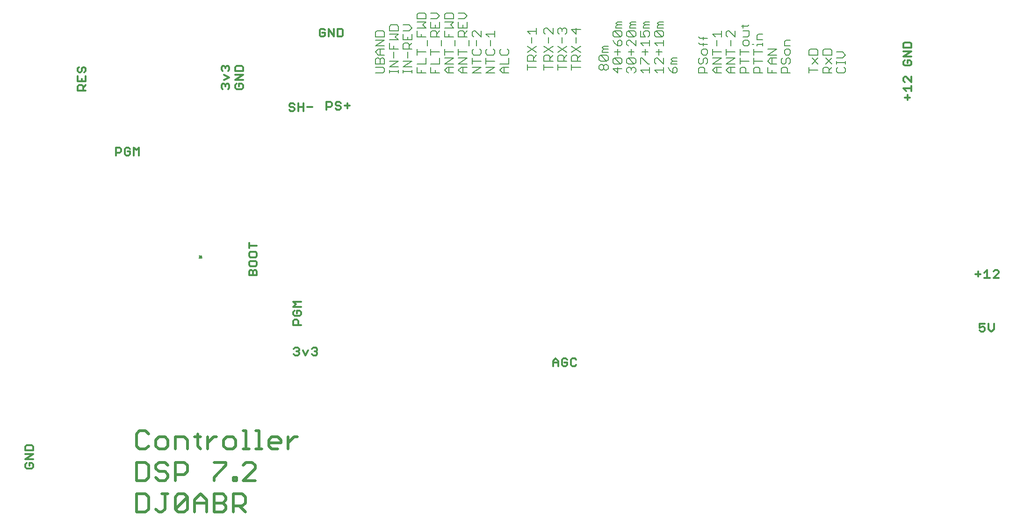
<source format=gto>
G75*
%MOIN*%
%OFA0B0*%
%FSLAX25Y25*%
%IPPOS*%
%LPD*%
%AMOC8*
5,1,8,0,0,1.08239X$1,22.5*
%
%ADD10C,0.01400*%
%ADD11C,0.02100*%
%ADD12C,0.00800*%
%ADD13C,0.00600*%
D10*
X0064311Y0138511D02*
X0068048Y0138511D01*
X0068982Y0139445D01*
X0068982Y0141313D01*
X0068048Y0142248D01*
X0066179Y0142248D01*
X0066179Y0140379D01*
X0064311Y0138511D02*
X0063377Y0139445D01*
X0063377Y0141313D01*
X0064311Y0142248D01*
X0063377Y0144957D02*
X0068982Y0148693D01*
X0063377Y0148693D01*
X0063377Y0151402D02*
X0063377Y0154204D01*
X0064311Y0155139D01*
X0068048Y0155139D01*
X0068982Y0154204D01*
X0068982Y0151402D01*
X0063377Y0151402D01*
X0063377Y0144957D02*
X0068982Y0144957D01*
X0254785Y0220044D02*
X0255720Y0219109D01*
X0257588Y0219109D01*
X0258522Y0220044D01*
X0258522Y0220978D01*
X0257588Y0221912D01*
X0256654Y0221912D01*
X0257588Y0221912D02*
X0258522Y0222846D01*
X0258522Y0223780D01*
X0257588Y0224714D01*
X0255720Y0224714D01*
X0254785Y0223780D01*
X0261231Y0222846D02*
X0263099Y0219109D01*
X0264967Y0222846D01*
X0267676Y0223780D02*
X0268611Y0224714D01*
X0270479Y0224714D01*
X0271413Y0223780D01*
X0271413Y0222846D01*
X0270479Y0221912D01*
X0271413Y0220978D01*
X0271413Y0220044D01*
X0270479Y0219109D01*
X0268611Y0219109D01*
X0267676Y0220044D01*
X0269545Y0221912D02*
X0270479Y0221912D01*
X0259927Y0240873D02*
X0254322Y0240873D01*
X0254322Y0243676D01*
X0255256Y0244610D01*
X0257124Y0244610D01*
X0258058Y0243676D01*
X0258058Y0240873D01*
X0258993Y0247319D02*
X0255256Y0247319D01*
X0254322Y0248253D01*
X0254322Y0250121D01*
X0255256Y0251055D01*
X0257124Y0251055D02*
X0257124Y0249187D01*
X0257124Y0251055D02*
X0258993Y0251055D01*
X0259927Y0250121D01*
X0259927Y0248253D01*
X0258993Y0247319D01*
X0259927Y0253764D02*
X0254322Y0253764D01*
X0256190Y0255632D01*
X0254322Y0257501D01*
X0259927Y0257501D01*
X0228431Y0276306D02*
X0228431Y0279109D01*
X0227496Y0280043D01*
X0226562Y0280043D01*
X0225628Y0279109D01*
X0225628Y0276306D01*
X0222826Y0276306D02*
X0222826Y0279109D01*
X0223760Y0280043D01*
X0224694Y0280043D01*
X0225628Y0279109D01*
X0222826Y0276306D02*
X0228431Y0276306D01*
X0227496Y0282752D02*
X0223760Y0282752D01*
X0222826Y0283686D01*
X0222826Y0285554D01*
X0223760Y0286488D01*
X0227496Y0286488D01*
X0228431Y0285554D01*
X0228431Y0283686D01*
X0227496Y0282752D01*
X0227496Y0289197D02*
X0223760Y0289197D01*
X0222826Y0290131D01*
X0222826Y0292000D01*
X0223760Y0292934D01*
X0227496Y0292934D01*
X0228431Y0292000D01*
X0228431Y0290131D01*
X0227496Y0289197D01*
X0222826Y0295643D02*
X0222826Y0299379D01*
X0222826Y0297511D02*
X0228431Y0297511D01*
X0144444Y0361826D02*
X0144444Y0367431D01*
X0142576Y0365562D01*
X0140708Y0367431D01*
X0140708Y0361826D01*
X0137999Y0362760D02*
X0137999Y0364628D01*
X0136131Y0364628D01*
X0137999Y0362760D02*
X0137065Y0361826D01*
X0135197Y0361826D01*
X0134262Y0362760D01*
X0134262Y0366497D01*
X0135197Y0367431D01*
X0137065Y0367431D01*
X0137999Y0366497D01*
X0131553Y0366497D02*
X0130619Y0367431D01*
X0127817Y0367431D01*
X0127817Y0361826D01*
X0127817Y0363694D02*
X0130619Y0363694D01*
X0131553Y0364628D01*
X0131553Y0366497D01*
X0106383Y0408196D02*
X0100779Y0408196D01*
X0100779Y0410998D01*
X0101713Y0411933D01*
X0103581Y0411933D01*
X0104515Y0410998D01*
X0104515Y0408196D01*
X0104515Y0410064D02*
X0106383Y0411933D01*
X0106383Y0414642D02*
X0100779Y0414642D01*
X0100779Y0418378D01*
X0101713Y0421087D02*
X0102647Y0421087D01*
X0103581Y0422021D01*
X0103581Y0423889D01*
X0104515Y0424824D01*
X0105449Y0424824D01*
X0106383Y0423889D01*
X0106383Y0422021D01*
X0105449Y0421087D01*
X0106383Y0418378D02*
X0106383Y0414642D01*
X0103581Y0414642D02*
X0103581Y0416510D01*
X0101713Y0421087D02*
X0100779Y0422021D01*
X0100779Y0423889D01*
X0101713Y0424824D01*
X0203141Y0424874D02*
X0203141Y0423005D01*
X0204075Y0422071D01*
X0205943Y0423940D02*
X0205943Y0424874D01*
X0206877Y0425808D01*
X0207811Y0425808D01*
X0208746Y0424874D01*
X0208746Y0423005D01*
X0207811Y0422071D01*
X0205943Y0424874D02*
X0205009Y0425808D01*
X0204075Y0425808D01*
X0203141Y0424874D01*
X0205009Y0419362D02*
X0208746Y0417494D01*
X0205009Y0415626D01*
X0205009Y0412917D02*
X0205943Y0411983D01*
X0206877Y0412917D01*
X0207811Y0412917D01*
X0208746Y0411983D01*
X0208746Y0410114D01*
X0207811Y0409180D01*
X0205943Y0411049D02*
X0205943Y0411983D01*
X0205009Y0412917D02*
X0204075Y0412917D01*
X0203141Y0411983D01*
X0203141Y0410114D01*
X0204075Y0409180D01*
X0212983Y0410114D02*
X0213917Y0409180D01*
X0217654Y0409180D01*
X0218588Y0410114D01*
X0218588Y0411983D01*
X0217654Y0412917D01*
X0215786Y0412917D01*
X0215786Y0411049D01*
X0213917Y0412917D02*
X0212983Y0411983D01*
X0212983Y0410114D01*
X0212983Y0415626D02*
X0218588Y0419362D01*
X0212983Y0419362D01*
X0212983Y0422071D02*
X0212983Y0424874D01*
X0213917Y0425808D01*
X0217654Y0425808D01*
X0218588Y0424874D01*
X0218588Y0422071D01*
X0212983Y0422071D01*
X0212983Y0415626D02*
X0218588Y0415626D01*
X0251484Y0398103D02*
X0251484Y0397169D01*
X0252418Y0396235D01*
X0254287Y0396235D01*
X0255221Y0395301D01*
X0255221Y0394366D01*
X0254287Y0393432D01*
X0252418Y0393432D01*
X0251484Y0394366D01*
X0251484Y0398103D02*
X0252418Y0399037D01*
X0254287Y0399037D01*
X0255221Y0398103D01*
X0257930Y0399037D02*
X0257930Y0393432D01*
X0257930Y0396235D02*
X0261666Y0396235D01*
X0264375Y0396235D02*
X0268112Y0396235D01*
X0261666Y0399037D02*
X0261666Y0393432D01*
X0278059Y0394417D02*
X0278059Y0400021D01*
X0280861Y0400021D01*
X0281795Y0399087D01*
X0281795Y0397219D01*
X0280861Y0396285D01*
X0278059Y0396285D01*
X0284504Y0395351D02*
X0285439Y0394417D01*
X0287307Y0394417D01*
X0288241Y0395351D01*
X0288241Y0396285D01*
X0287307Y0397219D01*
X0285439Y0397219D01*
X0284504Y0398153D01*
X0284504Y0399087D01*
X0285439Y0400021D01*
X0287307Y0400021D01*
X0288241Y0399087D01*
X0290950Y0397219D02*
X0294686Y0397219D01*
X0292818Y0399087D02*
X0292818Y0395351D01*
X0288831Y0446582D02*
X0289765Y0447516D01*
X0289765Y0451253D01*
X0288831Y0452187D01*
X0286029Y0452187D01*
X0286029Y0446582D01*
X0288831Y0446582D01*
X0283320Y0446582D02*
X0283320Y0452187D01*
X0279583Y0452187D02*
X0279583Y0446582D01*
X0276874Y0447516D02*
X0276874Y0449384D01*
X0275006Y0449384D01*
X0276874Y0447516D02*
X0275940Y0446582D01*
X0274072Y0446582D01*
X0273138Y0447516D01*
X0273138Y0451253D01*
X0274072Y0452187D01*
X0275940Y0452187D01*
X0276874Y0451253D01*
X0279583Y0452187D02*
X0283320Y0446582D01*
X0441345Y0216950D02*
X0443213Y0215082D01*
X0443213Y0211346D01*
X0443213Y0214148D02*
X0439476Y0214148D01*
X0439476Y0215082D02*
X0441345Y0216950D01*
X0439476Y0215082D02*
X0439476Y0211346D01*
X0445922Y0212280D02*
X0445922Y0216016D01*
X0446856Y0216950D01*
X0448724Y0216950D01*
X0449658Y0216016D01*
X0449658Y0214148D02*
X0447790Y0214148D01*
X0449658Y0214148D02*
X0449658Y0212280D01*
X0448724Y0211346D01*
X0446856Y0211346D01*
X0445922Y0212280D01*
X0452367Y0212280D02*
X0453301Y0211346D01*
X0455170Y0211346D01*
X0456104Y0212280D01*
X0456104Y0216016D02*
X0455170Y0216950D01*
X0453301Y0216950D01*
X0452367Y0216016D01*
X0452367Y0212280D01*
X0743610Y0236886D02*
X0744544Y0235952D01*
X0746412Y0235952D01*
X0747347Y0236886D01*
X0747347Y0238754D01*
X0746412Y0239688D01*
X0745478Y0239688D01*
X0743610Y0238754D01*
X0743610Y0241557D01*
X0747347Y0241557D01*
X0750056Y0241557D02*
X0750056Y0237820D01*
X0751924Y0235952D01*
X0753792Y0237820D01*
X0753792Y0241557D01*
X0753548Y0274338D02*
X0757285Y0278074D01*
X0757285Y0279008D01*
X0756351Y0279943D01*
X0754482Y0279943D01*
X0753548Y0279008D01*
X0753548Y0274338D02*
X0757285Y0274338D01*
X0750839Y0274338D02*
X0747103Y0274338D01*
X0748971Y0274338D02*
X0748971Y0279943D01*
X0747103Y0278074D01*
X0744394Y0277140D02*
X0740657Y0277140D01*
X0742526Y0279008D02*
X0742526Y0275272D01*
X0692164Y0401306D02*
X0692164Y0405043D01*
X0694032Y0403175D02*
X0690295Y0403175D01*
X0691229Y0407752D02*
X0689361Y0409620D01*
X0694966Y0409620D01*
X0694966Y0407752D02*
X0694966Y0411488D01*
X0694966Y0414197D02*
X0691229Y0417934D01*
X0690295Y0417934D01*
X0689361Y0417000D01*
X0689361Y0415131D01*
X0690295Y0414197D01*
X0694966Y0414197D02*
X0694966Y0417934D01*
X0694032Y0425913D02*
X0694966Y0426847D01*
X0694966Y0428715D01*
X0694032Y0429649D01*
X0692164Y0429649D01*
X0692164Y0427781D01*
X0694032Y0425913D02*
X0690295Y0425913D01*
X0689361Y0426847D01*
X0689361Y0428715D01*
X0690295Y0429649D01*
X0689361Y0432358D02*
X0694966Y0436095D01*
X0689361Y0436095D01*
X0689361Y0438804D02*
X0689361Y0441606D01*
X0690295Y0442540D01*
X0694032Y0442540D01*
X0694966Y0441606D01*
X0694966Y0438804D01*
X0689361Y0438804D01*
X0689361Y0432358D02*
X0694966Y0432358D01*
D11*
X0149038Y0107365D02*
X0142582Y0107365D01*
X0142582Y0120276D01*
X0149038Y0120276D01*
X0151189Y0118124D01*
X0151189Y0109517D01*
X0149038Y0107365D01*
X0156394Y0109517D02*
X0158546Y0107365D01*
X0160698Y0107365D01*
X0162849Y0109517D01*
X0162849Y0120276D01*
X0160698Y0120276D02*
X0165001Y0120276D01*
X0170206Y0118124D02*
X0172358Y0120276D01*
X0176661Y0120276D01*
X0178813Y0118124D01*
X0170206Y0109517D01*
X0172358Y0107365D01*
X0176661Y0107365D01*
X0178813Y0109517D01*
X0178813Y0118124D01*
X0184018Y0115972D02*
X0188321Y0120276D01*
X0192625Y0115972D01*
X0192625Y0107365D01*
X0197829Y0107365D02*
X0204285Y0107365D01*
X0206437Y0109517D01*
X0206437Y0111669D01*
X0204285Y0113820D01*
X0197829Y0113820D01*
X0192625Y0113820D02*
X0184018Y0113820D01*
X0184018Y0115972D02*
X0184018Y0107365D01*
X0170206Y0109517D02*
X0170206Y0118124D01*
X0170206Y0129865D02*
X0170206Y0142776D01*
X0176661Y0142776D01*
X0178813Y0140624D01*
X0178813Y0136320D01*
X0176661Y0134169D01*
X0170206Y0134169D01*
X0165001Y0134169D02*
X0165001Y0132017D01*
X0162849Y0129865D01*
X0158546Y0129865D01*
X0156394Y0132017D01*
X0158546Y0136320D02*
X0162849Y0136320D01*
X0165001Y0134169D01*
X0165001Y0140624D02*
X0162849Y0142776D01*
X0158546Y0142776D01*
X0156394Y0140624D01*
X0156394Y0138472D01*
X0158546Y0136320D01*
X0151189Y0132017D02*
X0151189Y0140624D01*
X0149038Y0142776D01*
X0142582Y0142776D01*
X0142582Y0129865D01*
X0149038Y0129865D01*
X0151189Y0132017D01*
X0149038Y0152365D02*
X0144734Y0152365D01*
X0142582Y0154517D01*
X0142582Y0163124D01*
X0144734Y0165276D01*
X0149038Y0165276D01*
X0151189Y0163124D01*
X0156394Y0158820D02*
X0156394Y0154517D01*
X0158546Y0152365D01*
X0162849Y0152365D01*
X0165001Y0154517D01*
X0165001Y0158820D01*
X0162849Y0160972D01*
X0158546Y0160972D01*
X0156394Y0158820D01*
X0151189Y0154517D02*
X0149038Y0152365D01*
X0170206Y0152365D02*
X0170206Y0160972D01*
X0176661Y0160972D01*
X0178813Y0158820D01*
X0178813Y0152365D01*
X0186169Y0154517D02*
X0188321Y0152365D01*
X0186169Y0154517D02*
X0186169Y0163124D01*
X0184018Y0160972D02*
X0188321Y0160972D01*
X0193225Y0160972D02*
X0193225Y0152365D01*
X0193225Y0156669D02*
X0197529Y0160972D01*
X0199681Y0160972D01*
X0204735Y0158820D02*
X0204735Y0154517D01*
X0206887Y0152365D01*
X0211191Y0152365D01*
X0213343Y0154517D01*
X0213343Y0158820D01*
X0211191Y0160972D01*
X0206887Y0160972D01*
X0204735Y0158820D01*
X0218547Y0152365D02*
X0222851Y0152365D01*
X0220699Y0152365D02*
X0220699Y0165276D01*
X0218547Y0165276D01*
X0227755Y0165276D02*
X0229907Y0165276D01*
X0229907Y0152365D01*
X0227755Y0152365D02*
X0232059Y0152365D01*
X0236963Y0154517D02*
X0236963Y0158820D01*
X0239115Y0160972D01*
X0243418Y0160972D01*
X0245570Y0158820D01*
X0245570Y0156669D01*
X0236963Y0156669D01*
X0236963Y0154517D02*
X0239115Y0152365D01*
X0243418Y0152365D01*
X0250775Y0152365D02*
X0250775Y0160972D01*
X0255078Y0160972D02*
X0257230Y0160972D01*
X0255078Y0160972D02*
X0250775Y0156669D01*
X0227154Y0140624D02*
X0225003Y0142776D01*
X0220699Y0142776D01*
X0218547Y0140624D01*
X0227154Y0140624D02*
X0227154Y0138472D01*
X0218547Y0129865D01*
X0227154Y0129865D01*
X0218097Y0120276D02*
X0220248Y0118124D01*
X0220248Y0113820D01*
X0218097Y0111669D01*
X0211641Y0111669D01*
X0215945Y0111669D02*
X0220248Y0107365D01*
X0211641Y0107365D02*
X0211641Y0120276D01*
X0218097Y0120276D01*
X0206437Y0118124D02*
X0206437Y0115972D01*
X0204285Y0113820D01*
X0206437Y0118124D02*
X0204285Y0120276D01*
X0197829Y0120276D01*
X0197829Y0107365D01*
X0197829Y0129865D02*
X0197829Y0132017D01*
X0206437Y0140624D01*
X0206437Y0142776D01*
X0197829Y0142776D01*
X0211641Y0132017D02*
X0213793Y0132017D01*
X0213793Y0129865D01*
X0211641Y0129865D01*
X0211641Y0132017D01*
D12*
X0189343Y0288351D02*
X0187208Y0290486D01*
X0188275Y0290486D02*
X0188275Y0288351D01*
X0187208Y0288351D02*
X0189343Y0290486D01*
X0189343Y0289419D02*
X0187208Y0289419D01*
D13*
X0312976Y0420591D02*
X0318314Y0420591D01*
X0319382Y0421659D01*
X0319382Y0423794D01*
X0318314Y0424862D01*
X0312976Y0424862D01*
X0312976Y0427037D02*
X0312976Y0430240D01*
X0314044Y0431307D01*
X0315111Y0431307D01*
X0316179Y0430240D01*
X0316179Y0427037D01*
X0316179Y0430240D02*
X0317247Y0431307D01*
X0318314Y0431307D01*
X0319382Y0430240D01*
X0319382Y0427037D01*
X0312976Y0427037D01*
X0322819Y0429159D02*
X0329224Y0429159D01*
X0322819Y0424888D01*
X0329224Y0424888D01*
X0329224Y0422726D02*
X0329224Y0420591D01*
X0329224Y0421659D02*
X0322819Y0421659D01*
X0322819Y0422726D02*
X0322819Y0420591D01*
X0332661Y0420591D02*
X0332661Y0422726D01*
X0332661Y0421659D02*
X0339067Y0421659D01*
X0339067Y0422726D02*
X0339067Y0420591D01*
X0342504Y0420591D02*
X0342504Y0424862D01*
X0342504Y0427037D02*
X0348909Y0427037D01*
X0348909Y0431307D01*
X0352346Y0433482D02*
X0352346Y0437753D01*
X0352346Y0435617D02*
X0358752Y0435617D01*
X0362189Y0435617D02*
X0368594Y0435617D01*
X0372031Y0435617D02*
X0378437Y0435617D01*
X0381874Y0434550D02*
X0382941Y0433482D01*
X0387212Y0433482D01*
X0388279Y0434550D01*
X0388279Y0436685D01*
X0387212Y0437753D01*
X0385077Y0439928D02*
X0385077Y0444198D01*
X0382941Y0446373D02*
X0381874Y0447441D01*
X0381874Y0449576D01*
X0382941Y0450644D01*
X0384009Y0450644D01*
X0388279Y0446373D01*
X0388279Y0450644D01*
X0391716Y0448508D02*
X0398122Y0448508D01*
X0398122Y0446373D02*
X0398122Y0450644D01*
X0393852Y0446373D02*
X0391716Y0448508D01*
X0394919Y0444198D02*
X0394919Y0439928D01*
X0392784Y0437753D02*
X0391716Y0436685D01*
X0391716Y0434550D01*
X0392784Y0433482D01*
X0397054Y0433482D01*
X0398122Y0434550D01*
X0398122Y0436685D01*
X0397054Y0437753D01*
X0401559Y0436685D02*
X0401559Y0434550D01*
X0402627Y0433482D01*
X0406897Y0433482D01*
X0407964Y0434550D01*
X0407964Y0436685D01*
X0406897Y0437753D01*
X0402627Y0437753D02*
X0401559Y0436685D01*
X0398122Y0429172D02*
X0391716Y0429172D01*
X0391716Y0427037D02*
X0391716Y0431307D01*
X0388279Y0429172D02*
X0381874Y0429172D01*
X0381874Y0427037D02*
X0381874Y0431307D01*
X0381874Y0434550D02*
X0381874Y0436685D01*
X0382941Y0437753D01*
X0379504Y0439928D02*
X0379504Y0444198D01*
X0378437Y0446373D02*
X0372031Y0446373D01*
X0372031Y0449576D01*
X0373099Y0450644D01*
X0375234Y0450644D01*
X0376302Y0449576D01*
X0376302Y0446373D01*
X0376302Y0448508D02*
X0378437Y0450644D01*
X0378437Y0452819D02*
X0378437Y0457089D01*
X0376302Y0459264D02*
X0372031Y0459264D01*
X0372031Y0457089D02*
X0372031Y0452819D01*
X0378437Y0452819D01*
X0375234Y0452819D02*
X0375234Y0454954D01*
X0376302Y0459264D02*
X0378437Y0461399D01*
X0376302Y0463535D01*
X0372031Y0463535D01*
X0368594Y0462467D02*
X0367527Y0463535D01*
X0363256Y0463535D01*
X0362189Y0462467D01*
X0362189Y0459264D01*
X0368594Y0459264D01*
X0368594Y0462467D01*
X0368594Y0457089D02*
X0362189Y0457089D01*
X0358752Y0457089D02*
X0358752Y0452819D01*
X0352346Y0452819D01*
X0352346Y0457089D01*
X0352346Y0459264D02*
X0356617Y0459264D01*
X0358752Y0461399D01*
X0356617Y0463535D01*
X0352346Y0463535D01*
X0348909Y0462467D02*
X0347842Y0463535D01*
X0343571Y0463535D01*
X0342504Y0462467D01*
X0342504Y0459264D01*
X0348909Y0459264D01*
X0348909Y0462467D01*
X0348909Y0457089D02*
X0342504Y0457089D01*
X0342504Y0452819D02*
X0348909Y0452819D01*
X0346774Y0454954D01*
X0348909Y0457089D01*
X0355549Y0454954D02*
X0355549Y0452819D01*
X0355549Y0450644D02*
X0356617Y0449576D01*
X0356617Y0446373D01*
X0358752Y0446373D02*
X0352346Y0446373D01*
X0352346Y0449576D01*
X0353414Y0450644D01*
X0355549Y0450644D01*
X0356617Y0448508D02*
X0358752Y0450644D01*
X0362189Y0450644D02*
X0362189Y0446373D01*
X0368594Y0446373D01*
X0369662Y0444198D02*
X0369662Y0439928D01*
X0372031Y0437753D02*
X0372031Y0433482D01*
X0372031Y0431307D02*
X0378437Y0431307D01*
X0372031Y0427037D01*
X0378437Y0427037D01*
X0378437Y0424862D02*
X0374167Y0424862D01*
X0372031Y0422726D01*
X0374167Y0420591D01*
X0378437Y0420591D01*
X0375234Y0420591D02*
X0375234Y0424862D01*
X0368594Y0424862D02*
X0364324Y0424862D01*
X0362189Y0422726D01*
X0364324Y0420591D01*
X0368594Y0420591D01*
X0365392Y0420591D02*
X0365392Y0424862D01*
X0368594Y0427037D02*
X0362189Y0427037D01*
X0368594Y0431307D01*
X0362189Y0431307D01*
X0362189Y0433482D02*
X0362189Y0437753D01*
X0359819Y0439928D02*
X0359819Y0444198D01*
X0365392Y0446373D02*
X0365392Y0448508D01*
X0362189Y0452819D02*
X0368594Y0452819D01*
X0366459Y0454954D01*
X0368594Y0457089D01*
X0348909Y0446373D02*
X0342504Y0446373D01*
X0342504Y0450644D01*
X0345707Y0448508D02*
X0345707Y0446373D01*
X0349977Y0444198D02*
X0349977Y0439928D01*
X0348909Y0435617D02*
X0342504Y0435617D01*
X0342504Y0433482D02*
X0342504Y0437753D01*
X0339067Y0437779D02*
X0332661Y0437779D01*
X0332661Y0440982D01*
X0333729Y0442050D01*
X0335864Y0442050D01*
X0336932Y0440982D01*
X0336932Y0437779D01*
X0336932Y0439914D02*
X0339067Y0442050D01*
X0339067Y0444225D02*
X0339067Y0448495D01*
X0336932Y0450670D02*
X0339067Y0452805D01*
X0336932Y0454941D01*
X0332661Y0454941D01*
X0329224Y0453873D02*
X0329224Y0450670D01*
X0322819Y0450670D01*
X0322819Y0453873D01*
X0323886Y0454941D01*
X0328157Y0454941D01*
X0329224Y0453873D01*
X0332661Y0450670D02*
X0336932Y0450670D01*
X0335864Y0446360D02*
X0335864Y0444225D01*
X0332661Y0444225D02*
X0339067Y0444225D01*
X0332661Y0444225D02*
X0332661Y0448495D01*
X0329224Y0448495D02*
X0322819Y0448495D01*
X0319382Y0449576D02*
X0319382Y0446373D01*
X0312976Y0446373D01*
X0312976Y0449576D01*
X0314044Y0450644D01*
X0318314Y0450644D01*
X0319382Y0449576D01*
X0319382Y0444198D02*
X0312976Y0444198D01*
X0312976Y0439928D02*
X0319382Y0444198D01*
X0322819Y0444225D02*
X0329224Y0444225D01*
X0327089Y0446360D01*
X0329224Y0448495D01*
X0322819Y0442050D02*
X0322819Y0437779D01*
X0329224Y0437779D01*
X0326022Y0437779D02*
X0326022Y0439914D01*
X0326022Y0435604D02*
X0326022Y0431334D01*
X0319382Y0433482D02*
X0315111Y0433482D01*
X0312976Y0435617D01*
X0315111Y0437753D01*
X0319382Y0437753D01*
X0319382Y0439928D02*
X0312976Y0439928D01*
X0316179Y0437753D02*
X0316179Y0433482D01*
X0332661Y0429159D02*
X0339067Y0429159D01*
X0332661Y0424888D01*
X0339067Y0424888D01*
X0342504Y0420591D02*
X0348909Y0420591D01*
X0345707Y0420591D02*
X0345707Y0422726D01*
X0352346Y0420591D02*
X0352346Y0424862D01*
X0352346Y0427037D02*
X0358752Y0427037D01*
X0358752Y0431307D01*
X0355549Y0422726D02*
X0355549Y0420591D01*
X0358752Y0420591D02*
X0352346Y0420591D01*
X0335864Y0431334D02*
X0335864Y0435604D01*
X0381874Y0424862D02*
X0388279Y0424862D01*
X0381874Y0420591D01*
X0388279Y0420591D01*
X0391716Y0420591D02*
X0398122Y0424862D01*
X0391716Y0424862D01*
X0391716Y0420591D02*
X0398122Y0420591D01*
X0401559Y0422726D02*
X0403694Y0424862D01*
X0407964Y0424862D01*
X0407964Y0427037D02*
X0407964Y0431307D01*
X0407964Y0427037D02*
X0401559Y0427037D01*
X0404762Y0424862D02*
X0404762Y0420591D01*
X0403694Y0420591D02*
X0407964Y0420591D01*
X0403694Y0420591D02*
X0401559Y0422726D01*
X0421244Y0422560D02*
X0421244Y0426830D01*
X0421244Y0424695D02*
X0427649Y0424695D01*
X0427649Y0429005D02*
X0421244Y0429005D01*
X0421244Y0432208D01*
X0422312Y0433276D01*
X0424447Y0433276D01*
X0425514Y0432208D01*
X0425514Y0429005D01*
X0425514Y0431140D02*
X0427649Y0433276D01*
X0427649Y0435451D02*
X0421244Y0439721D01*
X0424447Y0441896D02*
X0424447Y0446167D01*
X0423379Y0448342D02*
X0421244Y0450477D01*
X0427649Y0450477D01*
X0427649Y0448342D02*
X0427649Y0452612D01*
X0433055Y0451545D02*
X0433055Y0449409D01*
X0434123Y0448342D01*
X0436258Y0446167D02*
X0436258Y0441896D01*
X0439460Y0439721D02*
X0433055Y0435451D01*
X0434123Y0433276D02*
X0436258Y0433276D01*
X0437325Y0432208D01*
X0437325Y0429005D01*
X0437325Y0431140D02*
X0439460Y0433276D01*
X0439460Y0435451D02*
X0433055Y0439721D01*
X0427649Y0439721D02*
X0421244Y0435451D01*
X0433055Y0432208D02*
X0434123Y0433276D01*
X0433055Y0432208D02*
X0433055Y0429005D01*
X0439460Y0429005D01*
X0442898Y0429005D02*
X0442898Y0432208D01*
X0443965Y0433276D01*
X0446100Y0433276D01*
X0447168Y0432208D01*
X0447168Y0429005D01*
X0449303Y0429005D02*
X0442898Y0429005D01*
X0442898Y0426830D02*
X0442898Y0422560D01*
X0442898Y0424695D02*
X0449303Y0424695D01*
X0452740Y0424695D02*
X0459146Y0424695D01*
X0459146Y0429005D02*
X0452740Y0429005D01*
X0452740Y0432208D01*
X0453808Y0433276D01*
X0455943Y0433276D01*
X0457010Y0432208D01*
X0457010Y0429005D01*
X0457010Y0431140D02*
X0459146Y0433276D01*
X0459146Y0435451D02*
X0452740Y0439721D01*
X0449303Y0439721D02*
X0442898Y0435451D01*
X0442898Y0439721D02*
X0449303Y0435451D01*
X0449303Y0433276D02*
X0447168Y0431140D01*
X0452740Y0426830D02*
X0452740Y0422560D01*
X0439460Y0424695D02*
X0433055Y0424695D01*
X0433055Y0422560D02*
X0433055Y0426830D01*
X0452740Y0435451D02*
X0459146Y0439721D01*
X0455943Y0441896D02*
X0455943Y0446167D01*
X0455943Y0448342D02*
X0455943Y0452612D01*
X0459146Y0451545D02*
X0452740Y0451545D01*
X0455943Y0448342D01*
X0449303Y0449409D02*
X0448235Y0448342D01*
X0449303Y0449409D02*
X0449303Y0451545D01*
X0448235Y0452612D01*
X0447168Y0452612D01*
X0446100Y0451545D01*
X0446100Y0450477D01*
X0446100Y0451545D02*
X0445033Y0452612D01*
X0443965Y0452612D01*
X0442898Y0451545D01*
X0442898Y0449409D01*
X0443965Y0448342D01*
X0446100Y0446167D02*
X0446100Y0441896D01*
X0439460Y0448342D02*
X0435190Y0452612D01*
X0434123Y0452612D01*
X0433055Y0451545D01*
X0439460Y0452612D02*
X0439460Y0448342D01*
X0474560Y0438654D02*
X0475628Y0437586D01*
X0478831Y0437586D01*
X0478831Y0439721D02*
X0475628Y0439721D01*
X0474560Y0438654D01*
X0475628Y0437586D02*
X0474560Y0436518D01*
X0474560Y0435451D01*
X0478831Y0435451D01*
X0477763Y0433276D02*
X0473493Y0433276D01*
X0477763Y0429005D01*
X0478831Y0430073D01*
X0478831Y0432208D01*
X0477763Y0433276D01*
X0473493Y0433276D02*
X0472425Y0432208D01*
X0472425Y0430073D01*
X0473493Y0429005D01*
X0477763Y0429005D01*
X0477763Y0426830D02*
X0476695Y0426830D01*
X0475628Y0425763D01*
X0475628Y0423627D01*
X0474560Y0422560D01*
X0473493Y0422560D01*
X0472425Y0423627D01*
X0472425Y0425763D01*
X0473493Y0426830D01*
X0474560Y0426830D01*
X0475628Y0425763D01*
X0475628Y0423627D02*
X0476695Y0422560D01*
X0477763Y0422560D01*
X0478831Y0423627D01*
X0478831Y0425763D01*
X0477763Y0426830D01*
X0482268Y0428104D02*
X0482268Y0430240D01*
X0483335Y0431307D01*
X0487606Y0427037D01*
X0488673Y0428104D01*
X0488673Y0430240D01*
X0487606Y0431307D01*
X0483335Y0431307D01*
X0485470Y0433482D02*
X0485470Y0437753D01*
X0485470Y0439928D02*
X0483335Y0442063D01*
X0482268Y0444198D01*
X0483335Y0446373D02*
X0482268Y0447441D01*
X0482268Y0449576D01*
X0483335Y0450644D01*
X0487606Y0446373D01*
X0488673Y0447441D01*
X0488673Y0449576D01*
X0487606Y0450644D01*
X0483335Y0450644D01*
X0484403Y0452819D02*
X0484403Y0453886D01*
X0485470Y0454954D01*
X0484403Y0456022D01*
X0485470Y0457089D01*
X0488673Y0457089D01*
X0488673Y0454954D02*
X0485470Y0454954D01*
X0484403Y0452819D02*
X0488673Y0452819D01*
X0492110Y0449576D02*
X0493178Y0450644D01*
X0497448Y0446373D01*
X0498516Y0447441D01*
X0498516Y0449576D01*
X0497448Y0450644D01*
X0493178Y0450644D01*
X0492110Y0449576D02*
X0492110Y0447441D01*
X0493178Y0446373D01*
X0497448Y0446373D01*
X0498516Y0444198D02*
X0498516Y0439928D01*
X0494245Y0444198D01*
X0493178Y0444198D01*
X0492110Y0443131D01*
X0492110Y0440995D01*
X0493178Y0439928D01*
X0495313Y0437753D02*
X0495313Y0433482D01*
X0493178Y0435617D02*
X0497448Y0435617D01*
X0497448Y0431307D02*
X0493178Y0431307D01*
X0497448Y0427037D01*
X0498516Y0428104D01*
X0498516Y0430240D01*
X0497448Y0431307D01*
X0497448Y0427037D02*
X0493178Y0427037D01*
X0492110Y0428104D01*
X0492110Y0430240D01*
X0493178Y0431307D01*
X0493178Y0424862D02*
X0494245Y0424862D01*
X0495313Y0423794D01*
X0496380Y0424862D01*
X0497448Y0424862D01*
X0498516Y0423794D01*
X0498516Y0421659D01*
X0497448Y0420591D01*
X0495313Y0422726D02*
X0495313Y0423794D01*
X0493178Y0424862D02*
X0492110Y0423794D01*
X0492110Y0421659D01*
X0493178Y0420591D01*
X0488673Y0423794D02*
X0482268Y0423794D01*
X0485470Y0420591D01*
X0485470Y0424862D01*
X0483335Y0427037D02*
X0487606Y0427037D01*
X0483335Y0427037D02*
X0482268Y0428104D01*
X0483335Y0435617D02*
X0487606Y0435617D01*
X0487606Y0439928D02*
X0488673Y0440995D01*
X0488673Y0443131D01*
X0487606Y0444198D01*
X0486538Y0444198D01*
X0485470Y0443131D01*
X0485470Y0439928D01*
X0487606Y0439928D01*
X0487606Y0446373D02*
X0483335Y0446373D01*
X0494245Y0452819D02*
X0494245Y0453886D01*
X0495313Y0454954D01*
X0494245Y0456022D01*
X0495313Y0457089D01*
X0498516Y0457089D01*
X0498516Y0454954D02*
X0495313Y0454954D01*
X0494245Y0452819D02*
X0498516Y0452819D01*
X0501953Y0450644D02*
X0501953Y0446373D01*
X0505155Y0446373D01*
X0504088Y0448508D01*
X0504088Y0449576D01*
X0505155Y0450644D01*
X0507291Y0450644D01*
X0508358Y0449576D01*
X0508358Y0447441D01*
X0507291Y0446373D01*
X0508358Y0444198D02*
X0508358Y0439928D01*
X0508358Y0442063D02*
X0501953Y0442063D01*
X0504088Y0439928D01*
X0505155Y0437753D02*
X0505155Y0433482D01*
X0503020Y0435617D02*
X0507291Y0435617D01*
X0512863Y0435617D02*
X0517133Y0435617D01*
X0514998Y0433482D02*
X0514998Y0437753D01*
X0513930Y0439928D02*
X0511795Y0442063D01*
X0518201Y0442063D01*
X0518201Y0439928D02*
X0518201Y0444198D01*
X0517133Y0446373D02*
X0518201Y0447441D01*
X0518201Y0449576D01*
X0517133Y0450644D01*
X0512863Y0450644D01*
X0517133Y0446373D01*
X0512863Y0446373D01*
X0511795Y0447441D01*
X0511795Y0449576D01*
X0512863Y0450644D01*
X0513930Y0452819D02*
X0513930Y0453886D01*
X0514998Y0454954D01*
X0513930Y0456022D01*
X0514998Y0457089D01*
X0518201Y0457089D01*
X0518201Y0454954D02*
X0514998Y0454954D01*
X0513930Y0452819D02*
X0518201Y0452819D01*
X0508358Y0452819D02*
X0504088Y0452819D01*
X0504088Y0453886D01*
X0505155Y0454954D01*
X0504088Y0456022D01*
X0505155Y0457089D01*
X0508358Y0457089D01*
X0508358Y0454954D02*
X0505155Y0454954D01*
X0503020Y0431307D02*
X0507291Y0427037D01*
X0508358Y0427037D01*
X0508358Y0424862D02*
X0508358Y0420591D01*
X0508358Y0422726D02*
X0501953Y0422726D01*
X0504088Y0420591D01*
X0501953Y0427037D02*
X0501953Y0431307D01*
X0503020Y0431307D01*
X0511795Y0430240D02*
X0511795Y0428104D01*
X0512863Y0427037D01*
X0511795Y0430240D02*
X0512863Y0431307D01*
X0513930Y0431307D01*
X0518201Y0427037D01*
X0518201Y0431307D01*
X0523773Y0430240D02*
X0524840Y0431307D01*
X0528043Y0431307D01*
X0528043Y0429172D02*
X0524840Y0429172D01*
X0523773Y0430240D01*
X0524840Y0429172D02*
X0523773Y0428104D01*
X0523773Y0427037D01*
X0528043Y0427037D01*
X0526976Y0424862D02*
X0525908Y0424862D01*
X0524840Y0423794D01*
X0524840Y0420591D01*
X0526976Y0420591D01*
X0528043Y0421659D01*
X0528043Y0423794D01*
X0526976Y0424862D01*
X0522705Y0422726D02*
X0524840Y0420591D01*
X0522705Y0422726D02*
X0521638Y0424862D01*
X0518201Y0424862D02*
X0518201Y0420591D01*
X0518201Y0422726D02*
X0511795Y0422726D01*
X0513930Y0420591D01*
X0543291Y0420591D02*
X0543291Y0423794D01*
X0544359Y0424862D01*
X0546494Y0424862D01*
X0547562Y0423794D01*
X0547562Y0420591D01*
X0549697Y0420591D02*
X0543291Y0420591D01*
X0544359Y0427037D02*
X0545426Y0427037D01*
X0546494Y0428104D01*
X0546494Y0430240D01*
X0547562Y0431307D01*
X0548629Y0431307D01*
X0549697Y0430240D01*
X0549697Y0428104D01*
X0548629Y0427037D01*
X0544359Y0427037D02*
X0543291Y0428104D01*
X0543291Y0430240D01*
X0544359Y0431307D01*
X0546494Y0433482D02*
X0548629Y0433482D01*
X0549697Y0434550D01*
X0549697Y0436685D01*
X0548629Y0437753D01*
X0546494Y0437753D01*
X0545426Y0436685D01*
X0545426Y0434550D01*
X0546494Y0433482D01*
X0546494Y0439928D02*
X0546494Y0442063D01*
X0546494Y0444225D02*
X0546494Y0446360D01*
X0544359Y0445292D02*
X0543291Y0446360D01*
X0544359Y0445292D02*
X0549697Y0445292D01*
X0549697Y0440995D02*
X0544359Y0440995D01*
X0543291Y0442063D01*
X0553134Y0437753D02*
X0553134Y0433482D01*
X0553134Y0435617D02*
X0559539Y0435617D01*
X0562976Y0435617D02*
X0569382Y0435617D01*
X0572819Y0435617D02*
X0579224Y0435617D01*
X0582661Y0435617D02*
X0589067Y0435617D01*
X0592504Y0433482D02*
X0598909Y0437753D01*
X0592504Y0437753D01*
X0589067Y0439928D02*
X0589067Y0442063D01*
X0589067Y0440995D02*
X0584796Y0440995D01*
X0584796Y0439928D01*
X0582661Y0440995D02*
X0581594Y0440995D01*
X0579224Y0440995D02*
X0578157Y0439928D01*
X0576022Y0439928D01*
X0574954Y0440995D01*
X0574954Y0443131D01*
X0576022Y0444198D01*
X0578157Y0444198D01*
X0579224Y0443131D01*
X0579224Y0440995D01*
X0582661Y0437753D02*
X0582661Y0433482D01*
X0582661Y0431307D02*
X0582661Y0427037D01*
X0582661Y0429172D02*
X0589067Y0429172D01*
X0592504Y0429172D02*
X0594639Y0427037D01*
X0598909Y0427037D01*
X0595707Y0427037D02*
X0595707Y0431307D01*
X0594639Y0431307D02*
X0598909Y0431307D01*
X0598909Y0433482D02*
X0592504Y0433482D01*
X0594639Y0431307D02*
X0592504Y0429172D01*
X0592504Y0424862D02*
X0592504Y0420591D01*
X0598909Y0420591D01*
X0595707Y0420591D02*
X0595707Y0422726D01*
X0602346Y0423794D02*
X0603414Y0424862D01*
X0605549Y0424862D01*
X0606617Y0423794D01*
X0606617Y0420591D01*
X0608752Y0420591D02*
X0602346Y0420591D01*
X0602346Y0423794D01*
X0603414Y0427037D02*
X0604482Y0427037D01*
X0605549Y0428104D01*
X0605549Y0430240D01*
X0606617Y0431307D01*
X0607684Y0431307D01*
X0608752Y0430240D01*
X0608752Y0428104D01*
X0607684Y0427037D01*
X0603414Y0427037D02*
X0602346Y0428104D01*
X0602346Y0430240D01*
X0603414Y0431307D01*
X0605549Y0433482D02*
X0607684Y0433482D01*
X0608752Y0434550D01*
X0608752Y0436685D01*
X0607684Y0437753D01*
X0605549Y0437753D01*
X0604482Y0436685D01*
X0604482Y0434550D01*
X0605549Y0433482D01*
X0604482Y0439928D02*
X0604482Y0443131D01*
X0605549Y0444198D01*
X0608752Y0444198D01*
X0608752Y0439928D02*
X0604482Y0439928D01*
X0589067Y0444225D02*
X0584796Y0444225D01*
X0584796Y0447428D01*
X0585864Y0448495D01*
X0589067Y0448495D01*
X0579224Y0447441D02*
X0579224Y0450644D01*
X0574954Y0450644D01*
X0574954Y0452819D02*
X0574954Y0454954D01*
X0573886Y0453886D02*
X0578157Y0453886D01*
X0579224Y0454954D01*
X0569382Y0450644D02*
X0569382Y0446373D01*
X0565111Y0450644D01*
X0564044Y0450644D01*
X0562976Y0449576D01*
X0562976Y0447441D01*
X0564044Y0446373D01*
X0566179Y0444198D02*
X0566179Y0439928D01*
X0562976Y0437753D02*
X0562976Y0433482D01*
X0562976Y0431307D02*
X0569382Y0431307D01*
X0562976Y0427037D01*
X0569382Y0427037D01*
X0569382Y0424862D02*
X0565111Y0424862D01*
X0562976Y0422726D01*
X0565111Y0420591D01*
X0569382Y0420591D01*
X0566179Y0420591D02*
X0566179Y0424862D01*
X0559539Y0424862D02*
X0555269Y0424862D01*
X0553134Y0422726D01*
X0555269Y0420591D01*
X0559539Y0420591D01*
X0556337Y0420591D02*
X0556337Y0424862D01*
X0559539Y0427037D02*
X0553134Y0427037D01*
X0559539Y0431307D01*
X0553134Y0431307D01*
X0556337Y0439928D02*
X0556337Y0444198D01*
X0555269Y0446373D02*
X0553134Y0448508D01*
X0559539Y0448508D01*
X0559539Y0446373D02*
X0559539Y0450644D01*
X0574954Y0446373D02*
X0578157Y0446373D01*
X0579224Y0447441D01*
X0572819Y0437753D02*
X0572819Y0433482D01*
X0572819Y0431307D02*
X0572819Y0427037D01*
X0572819Y0429172D02*
X0579224Y0429172D01*
X0576022Y0424862D02*
X0573886Y0424862D01*
X0572819Y0423794D01*
X0572819Y0420591D01*
X0579224Y0420591D01*
X0577089Y0420591D02*
X0577089Y0423794D01*
X0576022Y0424862D01*
X0582661Y0423794D02*
X0582661Y0420591D01*
X0589067Y0420591D01*
X0586932Y0420591D02*
X0586932Y0423794D01*
X0585864Y0424862D01*
X0583729Y0424862D01*
X0582661Y0423794D01*
X0622031Y0424862D02*
X0622031Y0420591D01*
X0622031Y0422726D02*
X0628437Y0422726D01*
X0631874Y0423794D02*
X0632941Y0424862D01*
X0635077Y0424862D01*
X0636144Y0423794D01*
X0636144Y0420591D01*
X0638279Y0420591D02*
X0631874Y0420591D01*
X0631874Y0423794D01*
X0634009Y0427037D02*
X0638279Y0431307D01*
X0638279Y0433482D02*
X0638279Y0436685D01*
X0637212Y0437753D01*
X0632941Y0437753D01*
X0631874Y0436685D01*
X0631874Y0433482D01*
X0638279Y0433482D01*
X0641716Y0435604D02*
X0645987Y0435604D01*
X0648122Y0433469D01*
X0645987Y0431334D01*
X0641716Y0431334D01*
X0641716Y0429172D02*
X0641716Y0427037D01*
X0641716Y0428104D02*
X0648122Y0428104D01*
X0648122Y0427037D02*
X0648122Y0429172D01*
X0647054Y0424862D02*
X0648122Y0423794D01*
X0648122Y0421659D01*
X0647054Y0420591D01*
X0642784Y0420591D01*
X0641716Y0421659D01*
X0641716Y0423794D01*
X0642784Y0424862D01*
X0638279Y0424862D02*
X0636144Y0422726D01*
X0638279Y0427037D02*
X0634009Y0431307D01*
X0628437Y0431307D02*
X0624167Y0427037D01*
X0628437Y0427037D02*
X0624167Y0431307D01*
X0622031Y0433482D02*
X0622031Y0436685D01*
X0623099Y0437753D01*
X0627369Y0437753D01*
X0628437Y0436685D01*
X0628437Y0433482D01*
X0622031Y0433482D01*
M02*

</source>
